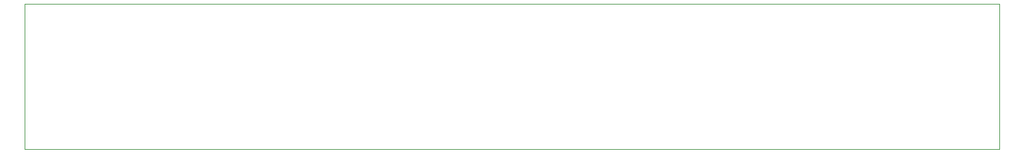
<source format=gbr>
G04 #@! TF.GenerationSoftware,KiCad,Pcbnew,(5.1.5)-3*
G04 #@! TF.CreationDate,2020-04-11T23:17:57-04:00*
G04 #@! TF.ProjectId,SensorEndPanel,53656e73-6f72-4456-9e64-50616e656c2e,rev?*
G04 #@! TF.SameCoordinates,Original*
G04 #@! TF.FileFunction,Profile,NP*
%FSLAX46Y46*%
G04 Gerber Fmt 4.6, Leading zero omitted, Abs format (unit mm)*
G04 Created by KiCad (PCBNEW (5.1.5)-3) date 2020-04-11 23:17:57*
%MOMM*%
%LPD*%
G04 APERTURE LIST*
%ADD10C,0.050000*%
G04 APERTURE END LIST*
D10*
X48260000Y-44450000D02*
X48260000Y-25400000D01*
X175514000Y-44450000D02*
X48260000Y-44450000D01*
X175514000Y-25400000D02*
X175514000Y-44450000D01*
X48260000Y-25400000D02*
X175514000Y-25400000D01*
M02*

</source>
